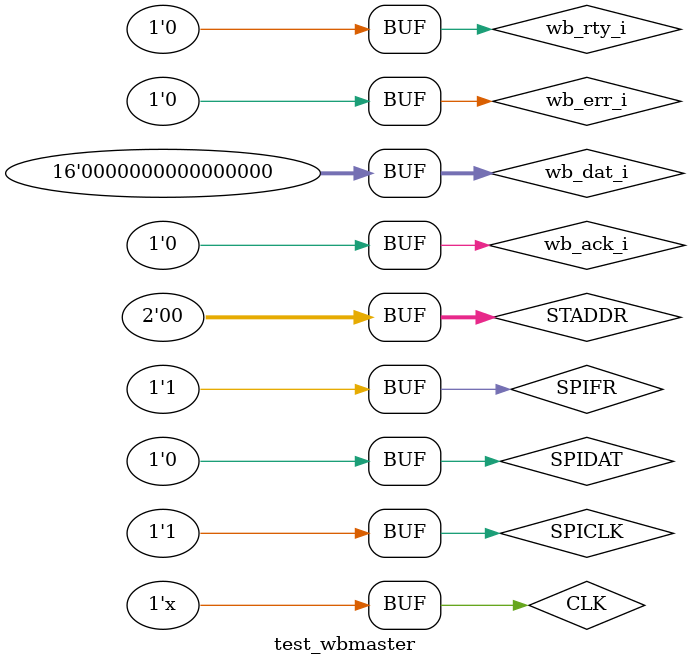
<source format=v>
`timescale 1ns / 1ps


module test_wbmaster;

	// Inputs
	reg CLK = 0;
	reg SPICLK;
	reg SPIFR;
	reg [1:0] STADDR;
	reg [15:0] wb_dat_i;
	reg wb_ack_i;
	reg wb_err_i;
	reg wb_rty_i;

	// Outputs
	wire [12:0] wb_adr_o;
	wire [15:0] wb_dat_o;
	wire [3:0] wb_sel_o;
	wire wb_we_o;
	wire wb_cyc_o;
	wire wb_stb_o;
	wire [2:0] wb_cti_o;
	wire [1:0] wb_bte_o;

	// Bidirs
	wire SPIDAT;

	// Instantiate the Unit Under Test (UUT)
	spi_wbmaster uut (
		.CLK(CLK), 
		.SPICLK(SPICLK), 
		.SPIDAT(SPIDAT), 
		.SPIFR(SPIFR), 
		.STADDR(STADDR), 
		.wb_adr_o(wb_adr_o), 
		.wb_dat_o(wb_dat_o), 
		.wb_sel_o(wb_sel_o), 
		.wb_we_o(wb_we_o), 
		.wb_cyc_o(wb_cyc_o), 
		.wb_stb_o(wb_stb_o), 
		.wb_cti_o(wb_cti_o), 
		.wb_bte_o(wb_bte_o), 
		.wb_dat_i(wb_dat_i), 
		.wb_ack_i(wb_ack_i), 
		.wb_err_i(wb_err_i), 
		.wb_rty_i(wb_rty_i)
	);

	assign SPIDAT = 0;
	
	initial begin
		// Initialize Inputs
		SPICLK = 1;
		SPIFR = 1;
		STADDR = 0;
		wb_dat_i = 0;
		wb_ack_i = 0;
		wb_err_i = 0;
		wb_rty_i = 0;

		// Wait 100 ns for global reset to finish
		#100;
        
		// Add stimulus here
		
		SPIFR = 0; #100;
		
		repeat (32) begin
      	#100; SPICLK = 0;
			#100; SPICLK = 1;
		end
		
		 #100; SPIFR = 1;
   end
      
	always begin
		# 4 CLK <= !CLK;
	end
			
endmodule


</source>
